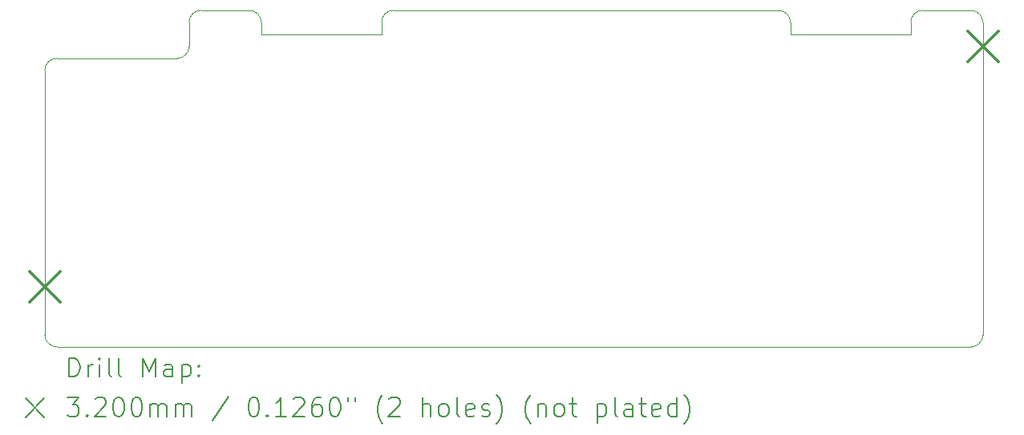
<source format=gbr>
%TF.GenerationSoftware,KiCad,Pcbnew,7.0.7*%
%TF.CreationDate,2023-10-21T14:21:22+02:00*%
%TF.ProjectId,G84-4100,4738342d-3431-4303-902e-6b696361645f,rev?*%
%TF.SameCoordinates,Original*%
%TF.FileFunction,Drillmap*%
%TF.FilePolarity,Positive*%
%FSLAX45Y45*%
G04 Gerber Fmt 4.5, Leading zero omitted, Abs format (unit mm)*
G04 Created by KiCad (PCBNEW 7.0.7) date 2023-10-21 14:21:22*
%MOMM*%
%LPD*%
G01*
G04 APERTURE LIST*
%ADD10C,0.100000*%
%ADD11C,0.200000*%
%ADD12C,0.320000*%
G04 APERTURE END LIST*
D10*
X9601200Y-9271000D02*
G75*
G03*
X9728200Y-9398000I127000J0D01*
G01*
X17475200Y-5969000D02*
G75*
G03*
X17348200Y-5842000I-127000J0D01*
G01*
X9728200Y-6350000D02*
X10998200Y-6350000D01*
X11252200Y-5842000D02*
G75*
G03*
X11125200Y-5969000I0J-127000D01*
G01*
X13284200Y-5842000D02*
X17348200Y-5842000D01*
X18745200Y-5969000D02*
X18745200Y-6096000D01*
X17475200Y-6096000D02*
X18745200Y-6096000D01*
X11887200Y-6096000D02*
X13157200Y-6096000D01*
X11887200Y-5969000D02*
X11887200Y-6096000D01*
X10998200Y-6350000D02*
G75*
G03*
X11125200Y-6223000I0J127000D01*
G01*
X9728200Y-6350000D02*
G75*
G03*
X9601200Y-6477000I0J-127000D01*
G01*
X19380200Y-9398000D02*
X9728200Y-9398000D01*
X11125200Y-5969000D02*
X11125200Y-6223000D01*
X17475200Y-5969000D02*
X17475200Y-6096000D01*
X13157200Y-5969000D02*
X13157200Y-6096000D01*
X11252200Y-5842000D02*
X11760200Y-5842000D01*
X11887200Y-5969000D02*
G75*
G03*
X11760200Y-5842000I-127000J0D01*
G01*
X19507200Y-5969000D02*
X19507200Y-9271000D01*
X18872200Y-5842000D02*
X19380200Y-5842000D01*
X9601200Y-9271000D02*
X9601200Y-6477000D01*
X19380200Y-9398000D02*
G75*
G03*
X19507200Y-9271000I0J127000D01*
G01*
X19507200Y-5969000D02*
G75*
G03*
X19380200Y-5842000I-127000J0D01*
G01*
X18872200Y-5842000D02*
G75*
G03*
X18745200Y-5969000I0J-127000D01*
G01*
X13284200Y-5842000D02*
G75*
G03*
X13157200Y-5969000I0J-127000D01*
G01*
D11*
D12*
X9441200Y-8603000D02*
X9761200Y-8923000D01*
X9761200Y-8603000D02*
X9441200Y-8923000D01*
X19347200Y-6063000D02*
X19667200Y-6383000D01*
X19667200Y-6063000D02*
X19347200Y-6383000D01*
D11*
X9856977Y-9714484D02*
X9856977Y-9514484D01*
X9856977Y-9514484D02*
X9904596Y-9514484D01*
X9904596Y-9514484D02*
X9933167Y-9524008D01*
X9933167Y-9524008D02*
X9952215Y-9543055D01*
X9952215Y-9543055D02*
X9961739Y-9562103D01*
X9961739Y-9562103D02*
X9971263Y-9600198D01*
X9971263Y-9600198D02*
X9971263Y-9628770D01*
X9971263Y-9628770D02*
X9961739Y-9666865D01*
X9961739Y-9666865D02*
X9952215Y-9685912D01*
X9952215Y-9685912D02*
X9933167Y-9704960D01*
X9933167Y-9704960D02*
X9904596Y-9714484D01*
X9904596Y-9714484D02*
X9856977Y-9714484D01*
X10056977Y-9714484D02*
X10056977Y-9581150D01*
X10056977Y-9619246D02*
X10066501Y-9600198D01*
X10066501Y-9600198D02*
X10076024Y-9590674D01*
X10076024Y-9590674D02*
X10095072Y-9581150D01*
X10095072Y-9581150D02*
X10114120Y-9581150D01*
X10180786Y-9714484D02*
X10180786Y-9581150D01*
X10180786Y-9514484D02*
X10171263Y-9524008D01*
X10171263Y-9524008D02*
X10180786Y-9533531D01*
X10180786Y-9533531D02*
X10190310Y-9524008D01*
X10190310Y-9524008D02*
X10180786Y-9514484D01*
X10180786Y-9514484D02*
X10180786Y-9533531D01*
X10304596Y-9714484D02*
X10285548Y-9704960D01*
X10285548Y-9704960D02*
X10276024Y-9685912D01*
X10276024Y-9685912D02*
X10276024Y-9514484D01*
X10409358Y-9714484D02*
X10390310Y-9704960D01*
X10390310Y-9704960D02*
X10380786Y-9685912D01*
X10380786Y-9685912D02*
X10380786Y-9514484D01*
X10637929Y-9714484D02*
X10637929Y-9514484D01*
X10637929Y-9514484D02*
X10704596Y-9657341D01*
X10704596Y-9657341D02*
X10771263Y-9514484D01*
X10771263Y-9514484D02*
X10771263Y-9714484D01*
X10952215Y-9714484D02*
X10952215Y-9609722D01*
X10952215Y-9609722D02*
X10942691Y-9590674D01*
X10942691Y-9590674D02*
X10923644Y-9581150D01*
X10923644Y-9581150D02*
X10885548Y-9581150D01*
X10885548Y-9581150D02*
X10866501Y-9590674D01*
X10952215Y-9704960D02*
X10933167Y-9714484D01*
X10933167Y-9714484D02*
X10885548Y-9714484D01*
X10885548Y-9714484D02*
X10866501Y-9704960D01*
X10866501Y-9704960D02*
X10856977Y-9685912D01*
X10856977Y-9685912D02*
X10856977Y-9666865D01*
X10856977Y-9666865D02*
X10866501Y-9647817D01*
X10866501Y-9647817D02*
X10885548Y-9638293D01*
X10885548Y-9638293D02*
X10933167Y-9638293D01*
X10933167Y-9638293D02*
X10952215Y-9628770D01*
X11047453Y-9581150D02*
X11047453Y-9781150D01*
X11047453Y-9590674D02*
X11066501Y-9581150D01*
X11066501Y-9581150D02*
X11104596Y-9581150D01*
X11104596Y-9581150D02*
X11123644Y-9590674D01*
X11123644Y-9590674D02*
X11133167Y-9600198D01*
X11133167Y-9600198D02*
X11142691Y-9619246D01*
X11142691Y-9619246D02*
X11142691Y-9676389D01*
X11142691Y-9676389D02*
X11133167Y-9695436D01*
X11133167Y-9695436D02*
X11123644Y-9704960D01*
X11123644Y-9704960D02*
X11104596Y-9714484D01*
X11104596Y-9714484D02*
X11066501Y-9714484D01*
X11066501Y-9714484D02*
X11047453Y-9704960D01*
X11228405Y-9695436D02*
X11237929Y-9704960D01*
X11237929Y-9704960D02*
X11228405Y-9714484D01*
X11228405Y-9714484D02*
X11218882Y-9704960D01*
X11218882Y-9704960D02*
X11228405Y-9695436D01*
X11228405Y-9695436D02*
X11228405Y-9714484D01*
X11228405Y-9590674D02*
X11237929Y-9600198D01*
X11237929Y-9600198D02*
X11228405Y-9609722D01*
X11228405Y-9609722D02*
X11218882Y-9600198D01*
X11218882Y-9600198D02*
X11228405Y-9590674D01*
X11228405Y-9590674D02*
X11228405Y-9609722D01*
X9396200Y-9943000D02*
X9596200Y-10143000D01*
X9596200Y-9943000D02*
X9396200Y-10143000D01*
X9837929Y-9934484D02*
X9961739Y-9934484D01*
X9961739Y-9934484D02*
X9895072Y-10010674D01*
X9895072Y-10010674D02*
X9923644Y-10010674D01*
X9923644Y-10010674D02*
X9942691Y-10020198D01*
X9942691Y-10020198D02*
X9952215Y-10029722D01*
X9952215Y-10029722D02*
X9961739Y-10048770D01*
X9961739Y-10048770D02*
X9961739Y-10096389D01*
X9961739Y-10096389D02*
X9952215Y-10115436D01*
X9952215Y-10115436D02*
X9942691Y-10124960D01*
X9942691Y-10124960D02*
X9923644Y-10134484D01*
X9923644Y-10134484D02*
X9866501Y-10134484D01*
X9866501Y-10134484D02*
X9847453Y-10124960D01*
X9847453Y-10124960D02*
X9837929Y-10115436D01*
X10047453Y-10115436D02*
X10056977Y-10124960D01*
X10056977Y-10124960D02*
X10047453Y-10134484D01*
X10047453Y-10134484D02*
X10037929Y-10124960D01*
X10037929Y-10124960D02*
X10047453Y-10115436D01*
X10047453Y-10115436D02*
X10047453Y-10134484D01*
X10133167Y-9953531D02*
X10142691Y-9944008D01*
X10142691Y-9944008D02*
X10161739Y-9934484D01*
X10161739Y-9934484D02*
X10209358Y-9934484D01*
X10209358Y-9934484D02*
X10228405Y-9944008D01*
X10228405Y-9944008D02*
X10237929Y-9953531D01*
X10237929Y-9953531D02*
X10247453Y-9972579D01*
X10247453Y-9972579D02*
X10247453Y-9991627D01*
X10247453Y-9991627D02*
X10237929Y-10020198D01*
X10237929Y-10020198D02*
X10123644Y-10134484D01*
X10123644Y-10134484D02*
X10247453Y-10134484D01*
X10371263Y-9934484D02*
X10390310Y-9934484D01*
X10390310Y-9934484D02*
X10409358Y-9944008D01*
X10409358Y-9944008D02*
X10418882Y-9953531D01*
X10418882Y-9953531D02*
X10428405Y-9972579D01*
X10428405Y-9972579D02*
X10437929Y-10010674D01*
X10437929Y-10010674D02*
X10437929Y-10058293D01*
X10437929Y-10058293D02*
X10428405Y-10096389D01*
X10428405Y-10096389D02*
X10418882Y-10115436D01*
X10418882Y-10115436D02*
X10409358Y-10124960D01*
X10409358Y-10124960D02*
X10390310Y-10134484D01*
X10390310Y-10134484D02*
X10371263Y-10134484D01*
X10371263Y-10134484D02*
X10352215Y-10124960D01*
X10352215Y-10124960D02*
X10342691Y-10115436D01*
X10342691Y-10115436D02*
X10333167Y-10096389D01*
X10333167Y-10096389D02*
X10323644Y-10058293D01*
X10323644Y-10058293D02*
X10323644Y-10010674D01*
X10323644Y-10010674D02*
X10333167Y-9972579D01*
X10333167Y-9972579D02*
X10342691Y-9953531D01*
X10342691Y-9953531D02*
X10352215Y-9944008D01*
X10352215Y-9944008D02*
X10371263Y-9934484D01*
X10561739Y-9934484D02*
X10580786Y-9934484D01*
X10580786Y-9934484D02*
X10599834Y-9944008D01*
X10599834Y-9944008D02*
X10609358Y-9953531D01*
X10609358Y-9953531D02*
X10618882Y-9972579D01*
X10618882Y-9972579D02*
X10628405Y-10010674D01*
X10628405Y-10010674D02*
X10628405Y-10058293D01*
X10628405Y-10058293D02*
X10618882Y-10096389D01*
X10618882Y-10096389D02*
X10609358Y-10115436D01*
X10609358Y-10115436D02*
X10599834Y-10124960D01*
X10599834Y-10124960D02*
X10580786Y-10134484D01*
X10580786Y-10134484D02*
X10561739Y-10134484D01*
X10561739Y-10134484D02*
X10542691Y-10124960D01*
X10542691Y-10124960D02*
X10533167Y-10115436D01*
X10533167Y-10115436D02*
X10523644Y-10096389D01*
X10523644Y-10096389D02*
X10514120Y-10058293D01*
X10514120Y-10058293D02*
X10514120Y-10010674D01*
X10514120Y-10010674D02*
X10523644Y-9972579D01*
X10523644Y-9972579D02*
X10533167Y-9953531D01*
X10533167Y-9953531D02*
X10542691Y-9944008D01*
X10542691Y-9944008D02*
X10561739Y-9934484D01*
X10714120Y-10134484D02*
X10714120Y-10001150D01*
X10714120Y-10020198D02*
X10723644Y-10010674D01*
X10723644Y-10010674D02*
X10742691Y-10001150D01*
X10742691Y-10001150D02*
X10771263Y-10001150D01*
X10771263Y-10001150D02*
X10790310Y-10010674D01*
X10790310Y-10010674D02*
X10799834Y-10029722D01*
X10799834Y-10029722D02*
X10799834Y-10134484D01*
X10799834Y-10029722D02*
X10809358Y-10010674D01*
X10809358Y-10010674D02*
X10828405Y-10001150D01*
X10828405Y-10001150D02*
X10856977Y-10001150D01*
X10856977Y-10001150D02*
X10876025Y-10010674D01*
X10876025Y-10010674D02*
X10885548Y-10029722D01*
X10885548Y-10029722D02*
X10885548Y-10134484D01*
X10980786Y-10134484D02*
X10980786Y-10001150D01*
X10980786Y-10020198D02*
X10990310Y-10010674D01*
X10990310Y-10010674D02*
X11009358Y-10001150D01*
X11009358Y-10001150D02*
X11037929Y-10001150D01*
X11037929Y-10001150D02*
X11056977Y-10010674D01*
X11056977Y-10010674D02*
X11066501Y-10029722D01*
X11066501Y-10029722D02*
X11066501Y-10134484D01*
X11066501Y-10029722D02*
X11076025Y-10010674D01*
X11076025Y-10010674D02*
X11095072Y-10001150D01*
X11095072Y-10001150D02*
X11123644Y-10001150D01*
X11123644Y-10001150D02*
X11142691Y-10010674D01*
X11142691Y-10010674D02*
X11152215Y-10029722D01*
X11152215Y-10029722D02*
X11152215Y-10134484D01*
X11542691Y-9924960D02*
X11371263Y-10182103D01*
X11799834Y-9934484D02*
X11818882Y-9934484D01*
X11818882Y-9934484D02*
X11837929Y-9944008D01*
X11837929Y-9944008D02*
X11847453Y-9953531D01*
X11847453Y-9953531D02*
X11856977Y-9972579D01*
X11856977Y-9972579D02*
X11866501Y-10010674D01*
X11866501Y-10010674D02*
X11866501Y-10058293D01*
X11866501Y-10058293D02*
X11856977Y-10096389D01*
X11856977Y-10096389D02*
X11847453Y-10115436D01*
X11847453Y-10115436D02*
X11837929Y-10124960D01*
X11837929Y-10124960D02*
X11818882Y-10134484D01*
X11818882Y-10134484D02*
X11799834Y-10134484D01*
X11799834Y-10134484D02*
X11780786Y-10124960D01*
X11780786Y-10124960D02*
X11771263Y-10115436D01*
X11771263Y-10115436D02*
X11761739Y-10096389D01*
X11761739Y-10096389D02*
X11752215Y-10058293D01*
X11752215Y-10058293D02*
X11752215Y-10010674D01*
X11752215Y-10010674D02*
X11761739Y-9972579D01*
X11761739Y-9972579D02*
X11771263Y-9953531D01*
X11771263Y-9953531D02*
X11780786Y-9944008D01*
X11780786Y-9944008D02*
X11799834Y-9934484D01*
X11952215Y-10115436D02*
X11961739Y-10124960D01*
X11961739Y-10124960D02*
X11952215Y-10134484D01*
X11952215Y-10134484D02*
X11942691Y-10124960D01*
X11942691Y-10124960D02*
X11952215Y-10115436D01*
X11952215Y-10115436D02*
X11952215Y-10134484D01*
X12152215Y-10134484D02*
X12037929Y-10134484D01*
X12095072Y-10134484D02*
X12095072Y-9934484D01*
X12095072Y-9934484D02*
X12076025Y-9963055D01*
X12076025Y-9963055D02*
X12056977Y-9982103D01*
X12056977Y-9982103D02*
X12037929Y-9991627D01*
X12228406Y-9953531D02*
X12237929Y-9944008D01*
X12237929Y-9944008D02*
X12256977Y-9934484D01*
X12256977Y-9934484D02*
X12304596Y-9934484D01*
X12304596Y-9934484D02*
X12323644Y-9944008D01*
X12323644Y-9944008D02*
X12333167Y-9953531D01*
X12333167Y-9953531D02*
X12342691Y-9972579D01*
X12342691Y-9972579D02*
X12342691Y-9991627D01*
X12342691Y-9991627D02*
X12333167Y-10020198D01*
X12333167Y-10020198D02*
X12218882Y-10134484D01*
X12218882Y-10134484D02*
X12342691Y-10134484D01*
X12514120Y-9934484D02*
X12476025Y-9934484D01*
X12476025Y-9934484D02*
X12456977Y-9944008D01*
X12456977Y-9944008D02*
X12447453Y-9953531D01*
X12447453Y-9953531D02*
X12428406Y-9982103D01*
X12428406Y-9982103D02*
X12418882Y-10020198D01*
X12418882Y-10020198D02*
X12418882Y-10096389D01*
X12418882Y-10096389D02*
X12428406Y-10115436D01*
X12428406Y-10115436D02*
X12437929Y-10124960D01*
X12437929Y-10124960D02*
X12456977Y-10134484D01*
X12456977Y-10134484D02*
X12495072Y-10134484D01*
X12495072Y-10134484D02*
X12514120Y-10124960D01*
X12514120Y-10124960D02*
X12523644Y-10115436D01*
X12523644Y-10115436D02*
X12533167Y-10096389D01*
X12533167Y-10096389D02*
X12533167Y-10048770D01*
X12533167Y-10048770D02*
X12523644Y-10029722D01*
X12523644Y-10029722D02*
X12514120Y-10020198D01*
X12514120Y-10020198D02*
X12495072Y-10010674D01*
X12495072Y-10010674D02*
X12456977Y-10010674D01*
X12456977Y-10010674D02*
X12437929Y-10020198D01*
X12437929Y-10020198D02*
X12428406Y-10029722D01*
X12428406Y-10029722D02*
X12418882Y-10048770D01*
X12656977Y-9934484D02*
X12676025Y-9934484D01*
X12676025Y-9934484D02*
X12695072Y-9944008D01*
X12695072Y-9944008D02*
X12704596Y-9953531D01*
X12704596Y-9953531D02*
X12714120Y-9972579D01*
X12714120Y-9972579D02*
X12723644Y-10010674D01*
X12723644Y-10010674D02*
X12723644Y-10058293D01*
X12723644Y-10058293D02*
X12714120Y-10096389D01*
X12714120Y-10096389D02*
X12704596Y-10115436D01*
X12704596Y-10115436D02*
X12695072Y-10124960D01*
X12695072Y-10124960D02*
X12676025Y-10134484D01*
X12676025Y-10134484D02*
X12656977Y-10134484D01*
X12656977Y-10134484D02*
X12637929Y-10124960D01*
X12637929Y-10124960D02*
X12628406Y-10115436D01*
X12628406Y-10115436D02*
X12618882Y-10096389D01*
X12618882Y-10096389D02*
X12609358Y-10058293D01*
X12609358Y-10058293D02*
X12609358Y-10010674D01*
X12609358Y-10010674D02*
X12618882Y-9972579D01*
X12618882Y-9972579D02*
X12628406Y-9953531D01*
X12628406Y-9953531D02*
X12637929Y-9944008D01*
X12637929Y-9944008D02*
X12656977Y-9934484D01*
X12799834Y-9934484D02*
X12799834Y-9972579D01*
X12876025Y-9934484D02*
X12876025Y-9972579D01*
X13171263Y-10210674D02*
X13161739Y-10201150D01*
X13161739Y-10201150D02*
X13142691Y-10172579D01*
X13142691Y-10172579D02*
X13133168Y-10153531D01*
X13133168Y-10153531D02*
X13123644Y-10124960D01*
X13123644Y-10124960D02*
X13114120Y-10077341D01*
X13114120Y-10077341D02*
X13114120Y-10039246D01*
X13114120Y-10039246D02*
X13123644Y-9991627D01*
X13123644Y-9991627D02*
X13133168Y-9963055D01*
X13133168Y-9963055D02*
X13142691Y-9944008D01*
X13142691Y-9944008D02*
X13161739Y-9915436D01*
X13161739Y-9915436D02*
X13171263Y-9905912D01*
X13237929Y-9953531D02*
X13247453Y-9944008D01*
X13247453Y-9944008D02*
X13266501Y-9934484D01*
X13266501Y-9934484D02*
X13314120Y-9934484D01*
X13314120Y-9934484D02*
X13333168Y-9944008D01*
X13333168Y-9944008D02*
X13342691Y-9953531D01*
X13342691Y-9953531D02*
X13352215Y-9972579D01*
X13352215Y-9972579D02*
X13352215Y-9991627D01*
X13352215Y-9991627D02*
X13342691Y-10020198D01*
X13342691Y-10020198D02*
X13228406Y-10134484D01*
X13228406Y-10134484D02*
X13352215Y-10134484D01*
X13590310Y-10134484D02*
X13590310Y-9934484D01*
X13676025Y-10134484D02*
X13676025Y-10029722D01*
X13676025Y-10029722D02*
X13666501Y-10010674D01*
X13666501Y-10010674D02*
X13647453Y-10001150D01*
X13647453Y-10001150D02*
X13618882Y-10001150D01*
X13618882Y-10001150D02*
X13599834Y-10010674D01*
X13599834Y-10010674D02*
X13590310Y-10020198D01*
X13799834Y-10134484D02*
X13780787Y-10124960D01*
X13780787Y-10124960D02*
X13771263Y-10115436D01*
X13771263Y-10115436D02*
X13761739Y-10096389D01*
X13761739Y-10096389D02*
X13761739Y-10039246D01*
X13761739Y-10039246D02*
X13771263Y-10020198D01*
X13771263Y-10020198D02*
X13780787Y-10010674D01*
X13780787Y-10010674D02*
X13799834Y-10001150D01*
X13799834Y-10001150D02*
X13828406Y-10001150D01*
X13828406Y-10001150D02*
X13847453Y-10010674D01*
X13847453Y-10010674D02*
X13856977Y-10020198D01*
X13856977Y-10020198D02*
X13866501Y-10039246D01*
X13866501Y-10039246D02*
X13866501Y-10096389D01*
X13866501Y-10096389D02*
X13856977Y-10115436D01*
X13856977Y-10115436D02*
X13847453Y-10124960D01*
X13847453Y-10124960D02*
X13828406Y-10134484D01*
X13828406Y-10134484D02*
X13799834Y-10134484D01*
X13980787Y-10134484D02*
X13961739Y-10124960D01*
X13961739Y-10124960D02*
X13952215Y-10105912D01*
X13952215Y-10105912D02*
X13952215Y-9934484D01*
X14133168Y-10124960D02*
X14114120Y-10134484D01*
X14114120Y-10134484D02*
X14076025Y-10134484D01*
X14076025Y-10134484D02*
X14056977Y-10124960D01*
X14056977Y-10124960D02*
X14047453Y-10105912D01*
X14047453Y-10105912D02*
X14047453Y-10029722D01*
X14047453Y-10029722D02*
X14056977Y-10010674D01*
X14056977Y-10010674D02*
X14076025Y-10001150D01*
X14076025Y-10001150D02*
X14114120Y-10001150D01*
X14114120Y-10001150D02*
X14133168Y-10010674D01*
X14133168Y-10010674D02*
X14142691Y-10029722D01*
X14142691Y-10029722D02*
X14142691Y-10048770D01*
X14142691Y-10048770D02*
X14047453Y-10067817D01*
X14218882Y-10124960D02*
X14237930Y-10134484D01*
X14237930Y-10134484D02*
X14276025Y-10134484D01*
X14276025Y-10134484D02*
X14295072Y-10124960D01*
X14295072Y-10124960D02*
X14304596Y-10105912D01*
X14304596Y-10105912D02*
X14304596Y-10096389D01*
X14304596Y-10096389D02*
X14295072Y-10077341D01*
X14295072Y-10077341D02*
X14276025Y-10067817D01*
X14276025Y-10067817D02*
X14247453Y-10067817D01*
X14247453Y-10067817D02*
X14228406Y-10058293D01*
X14228406Y-10058293D02*
X14218882Y-10039246D01*
X14218882Y-10039246D02*
X14218882Y-10029722D01*
X14218882Y-10029722D02*
X14228406Y-10010674D01*
X14228406Y-10010674D02*
X14247453Y-10001150D01*
X14247453Y-10001150D02*
X14276025Y-10001150D01*
X14276025Y-10001150D02*
X14295072Y-10010674D01*
X14371263Y-10210674D02*
X14380787Y-10201150D01*
X14380787Y-10201150D02*
X14399834Y-10172579D01*
X14399834Y-10172579D02*
X14409358Y-10153531D01*
X14409358Y-10153531D02*
X14418882Y-10124960D01*
X14418882Y-10124960D02*
X14428406Y-10077341D01*
X14428406Y-10077341D02*
X14428406Y-10039246D01*
X14428406Y-10039246D02*
X14418882Y-9991627D01*
X14418882Y-9991627D02*
X14409358Y-9963055D01*
X14409358Y-9963055D02*
X14399834Y-9944008D01*
X14399834Y-9944008D02*
X14380787Y-9915436D01*
X14380787Y-9915436D02*
X14371263Y-9905912D01*
X14733168Y-10210674D02*
X14723644Y-10201150D01*
X14723644Y-10201150D02*
X14704596Y-10172579D01*
X14704596Y-10172579D02*
X14695072Y-10153531D01*
X14695072Y-10153531D02*
X14685549Y-10124960D01*
X14685549Y-10124960D02*
X14676025Y-10077341D01*
X14676025Y-10077341D02*
X14676025Y-10039246D01*
X14676025Y-10039246D02*
X14685549Y-9991627D01*
X14685549Y-9991627D02*
X14695072Y-9963055D01*
X14695072Y-9963055D02*
X14704596Y-9944008D01*
X14704596Y-9944008D02*
X14723644Y-9915436D01*
X14723644Y-9915436D02*
X14733168Y-9905912D01*
X14809358Y-10001150D02*
X14809358Y-10134484D01*
X14809358Y-10020198D02*
X14818882Y-10010674D01*
X14818882Y-10010674D02*
X14837930Y-10001150D01*
X14837930Y-10001150D02*
X14866501Y-10001150D01*
X14866501Y-10001150D02*
X14885549Y-10010674D01*
X14885549Y-10010674D02*
X14895072Y-10029722D01*
X14895072Y-10029722D02*
X14895072Y-10134484D01*
X15018882Y-10134484D02*
X14999834Y-10124960D01*
X14999834Y-10124960D02*
X14990311Y-10115436D01*
X14990311Y-10115436D02*
X14980787Y-10096389D01*
X14980787Y-10096389D02*
X14980787Y-10039246D01*
X14980787Y-10039246D02*
X14990311Y-10020198D01*
X14990311Y-10020198D02*
X14999834Y-10010674D01*
X14999834Y-10010674D02*
X15018882Y-10001150D01*
X15018882Y-10001150D02*
X15047453Y-10001150D01*
X15047453Y-10001150D02*
X15066501Y-10010674D01*
X15066501Y-10010674D02*
X15076025Y-10020198D01*
X15076025Y-10020198D02*
X15085549Y-10039246D01*
X15085549Y-10039246D02*
X15085549Y-10096389D01*
X15085549Y-10096389D02*
X15076025Y-10115436D01*
X15076025Y-10115436D02*
X15066501Y-10124960D01*
X15066501Y-10124960D02*
X15047453Y-10134484D01*
X15047453Y-10134484D02*
X15018882Y-10134484D01*
X15142692Y-10001150D02*
X15218882Y-10001150D01*
X15171263Y-9934484D02*
X15171263Y-10105912D01*
X15171263Y-10105912D02*
X15180787Y-10124960D01*
X15180787Y-10124960D02*
X15199834Y-10134484D01*
X15199834Y-10134484D02*
X15218882Y-10134484D01*
X15437930Y-10001150D02*
X15437930Y-10201150D01*
X15437930Y-10010674D02*
X15456977Y-10001150D01*
X15456977Y-10001150D02*
X15495073Y-10001150D01*
X15495073Y-10001150D02*
X15514120Y-10010674D01*
X15514120Y-10010674D02*
X15523644Y-10020198D01*
X15523644Y-10020198D02*
X15533168Y-10039246D01*
X15533168Y-10039246D02*
X15533168Y-10096389D01*
X15533168Y-10096389D02*
X15523644Y-10115436D01*
X15523644Y-10115436D02*
X15514120Y-10124960D01*
X15514120Y-10124960D02*
X15495073Y-10134484D01*
X15495073Y-10134484D02*
X15456977Y-10134484D01*
X15456977Y-10134484D02*
X15437930Y-10124960D01*
X15647453Y-10134484D02*
X15628406Y-10124960D01*
X15628406Y-10124960D02*
X15618882Y-10105912D01*
X15618882Y-10105912D02*
X15618882Y-9934484D01*
X15809358Y-10134484D02*
X15809358Y-10029722D01*
X15809358Y-10029722D02*
X15799834Y-10010674D01*
X15799834Y-10010674D02*
X15780787Y-10001150D01*
X15780787Y-10001150D02*
X15742692Y-10001150D01*
X15742692Y-10001150D02*
X15723644Y-10010674D01*
X15809358Y-10124960D02*
X15790311Y-10134484D01*
X15790311Y-10134484D02*
X15742692Y-10134484D01*
X15742692Y-10134484D02*
X15723644Y-10124960D01*
X15723644Y-10124960D02*
X15714120Y-10105912D01*
X15714120Y-10105912D02*
X15714120Y-10086865D01*
X15714120Y-10086865D02*
X15723644Y-10067817D01*
X15723644Y-10067817D02*
X15742692Y-10058293D01*
X15742692Y-10058293D02*
X15790311Y-10058293D01*
X15790311Y-10058293D02*
X15809358Y-10048770D01*
X15876025Y-10001150D02*
X15952215Y-10001150D01*
X15904596Y-9934484D02*
X15904596Y-10105912D01*
X15904596Y-10105912D02*
X15914120Y-10124960D01*
X15914120Y-10124960D02*
X15933168Y-10134484D01*
X15933168Y-10134484D02*
X15952215Y-10134484D01*
X16095073Y-10124960D02*
X16076025Y-10134484D01*
X16076025Y-10134484D02*
X16037930Y-10134484D01*
X16037930Y-10134484D02*
X16018882Y-10124960D01*
X16018882Y-10124960D02*
X16009358Y-10105912D01*
X16009358Y-10105912D02*
X16009358Y-10029722D01*
X16009358Y-10029722D02*
X16018882Y-10010674D01*
X16018882Y-10010674D02*
X16037930Y-10001150D01*
X16037930Y-10001150D02*
X16076025Y-10001150D01*
X16076025Y-10001150D02*
X16095073Y-10010674D01*
X16095073Y-10010674D02*
X16104596Y-10029722D01*
X16104596Y-10029722D02*
X16104596Y-10048770D01*
X16104596Y-10048770D02*
X16009358Y-10067817D01*
X16276025Y-10134484D02*
X16276025Y-9934484D01*
X16276025Y-10124960D02*
X16256977Y-10134484D01*
X16256977Y-10134484D02*
X16218882Y-10134484D01*
X16218882Y-10134484D02*
X16199834Y-10124960D01*
X16199834Y-10124960D02*
X16190311Y-10115436D01*
X16190311Y-10115436D02*
X16180787Y-10096389D01*
X16180787Y-10096389D02*
X16180787Y-10039246D01*
X16180787Y-10039246D02*
X16190311Y-10020198D01*
X16190311Y-10020198D02*
X16199834Y-10010674D01*
X16199834Y-10010674D02*
X16218882Y-10001150D01*
X16218882Y-10001150D02*
X16256977Y-10001150D01*
X16256977Y-10001150D02*
X16276025Y-10010674D01*
X16352215Y-10210674D02*
X16361739Y-10201150D01*
X16361739Y-10201150D02*
X16380787Y-10172579D01*
X16380787Y-10172579D02*
X16390311Y-10153531D01*
X16390311Y-10153531D02*
X16399834Y-10124960D01*
X16399834Y-10124960D02*
X16409358Y-10077341D01*
X16409358Y-10077341D02*
X16409358Y-10039246D01*
X16409358Y-10039246D02*
X16399834Y-9991627D01*
X16399834Y-9991627D02*
X16390311Y-9963055D01*
X16390311Y-9963055D02*
X16380787Y-9944008D01*
X16380787Y-9944008D02*
X16361739Y-9915436D01*
X16361739Y-9915436D02*
X16352215Y-9905912D01*
M02*

</source>
